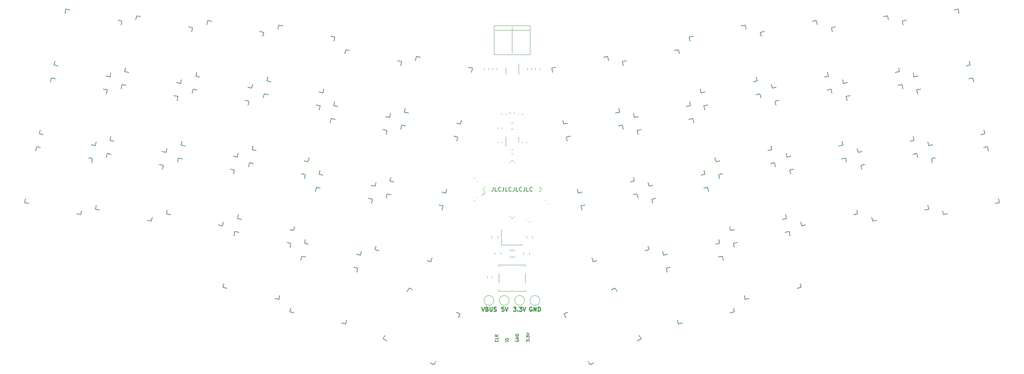
<source format=gbr>
%TF.GenerationSoftware,KiCad,Pcbnew,7.0.2*%
%TF.CreationDate,2023-06-24T23:52:28+10:00*%
%TF.ProjectId,keyboard,6b657962-6f61-4726-942e-6b696361645f,v1.0.0*%
%TF.SameCoordinates,Original*%
%TF.FileFunction,Legend,Top*%
%TF.FilePolarity,Positive*%
%FSLAX46Y46*%
G04 Gerber Fmt 4.6, Leading zero omitted, Abs format (unit mm)*
G04 Created by KiCad (PCBNEW 7.0.2) date 2023-06-24 23:52:28*
%MOMM*%
%LPD*%
G01*
G04 APERTURE LIST*
%ADD10C,0.175000*%
%ADD11C,0.150000*%
%ADD12C,0.250000*%
%ADD13C,0.120000*%
%ADD14C,0.100000*%
%ADD15C,0.020000*%
G04 APERTURE END LIST*
D10*
X203514333Y-137350000D02*
X203514333Y-136916666D01*
X203514333Y-136916666D02*
X203781000Y-137150000D01*
X203781000Y-137150000D02*
X203781000Y-137050000D01*
X203781000Y-137050000D02*
X203814333Y-136983333D01*
X203814333Y-136983333D02*
X203847666Y-136950000D01*
X203847666Y-136950000D02*
X203914333Y-136916666D01*
X203914333Y-136916666D02*
X204081000Y-136916666D01*
X204081000Y-136916666D02*
X204147666Y-136950000D01*
X204147666Y-136950000D02*
X204181000Y-136983333D01*
X204181000Y-136983333D02*
X204214333Y-137050000D01*
X204214333Y-137050000D02*
X204214333Y-137250000D01*
X204214333Y-137250000D02*
X204181000Y-137316666D01*
X204181000Y-137316666D02*
X204147666Y-137350000D01*
X204147666Y-136616666D02*
X204181000Y-136583333D01*
X204181000Y-136583333D02*
X204214333Y-136616666D01*
X204214333Y-136616666D02*
X204181000Y-136649999D01*
X204181000Y-136649999D02*
X204147666Y-136616666D01*
X204147666Y-136616666D02*
X204214333Y-136616666D01*
X203514333Y-136350000D02*
X203514333Y-135916666D01*
X203514333Y-135916666D02*
X203781000Y-136150000D01*
X203781000Y-136150000D02*
X203781000Y-136050000D01*
X203781000Y-136050000D02*
X203814333Y-135983333D01*
X203814333Y-135983333D02*
X203847666Y-135950000D01*
X203847666Y-135950000D02*
X203914333Y-135916666D01*
X203914333Y-135916666D02*
X204081000Y-135916666D01*
X204081000Y-135916666D02*
X204147666Y-135950000D01*
X204147666Y-135950000D02*
X204181000Y-135983333D01*
X204181000Y-135983333D02*
X204214333Y-136050000D01*
X204214333Y-136050000D02*
X204214333Y-136250000D01*
X204214333Y-136250000D02*
X204181000Y-136316666D01*
X204181000Y-136316666D02*
X204147666Y-136350000D01*
X203514333Y-135716666D02*
X204214333Y-135483333D01*
X204214333Y-135483333D02*
X203514333Y-135249999D01*
X200947666Y-136966666D02*
X200914333Y-137033333D01*
X200914333Y-137033333D02*
X200914333Y-137133333D01*
X200914333Y-137133333D02*
X200947666Y-137233333D01*
X200947666Y-137233333D02*
X201014333Y-137300000D01*
X201014333Y-137300000D02*
X201081000Y-137333333D01*
X201081000Y-137333333D02*
X201214333Y-137366666D01*
X201214333Y-137366666D02*
X201314333Y-137366666D01*
X201314333Y-137366666D02*
X201447666Y-137333333D01*
X201447666Y-137333333D02*
X201514333Y-137300000D01*
X201514333Y-137300000D02*
X201581000Y-137233333D01*
X201581000Y-137233333D02*
X201614333Y-137133333D01*
X201614333Y-137133333D02*
X201614333Y-137066666D01*
X201614333Y-137066666D02*
X201581000Y-136966666D01*
X201581000Y-136966666D02*
X201547666Y-136933333D01*
X201547666Y-136933333D02*
X201314333Y-136933333D01*
X201314333Y-136933333D02*
X201314333Y-137066666D01*
X201614333Y-136633333D02*
X200914333Y-136633333D01*
X200914333Y-136633333D02*
X201614333Y-136233333D01*
X201614333Y-136233333D02*
X200914333Y-136233333D01*
X201614333Y-135900000D02*
X200914333Y-135900000D01*
X200914333Y-135900000D02*
X200914333Y-135733333D01*
X200914333Y-135733333D02*
X200947666Y-135633333D01*
X200947666Y-135633333D02*
X201014333Y-135566667D01*
X201014333Y-135566667D02*
X201081000Y-135533333D01*
X201081000Y-135533333D02*
X201214333Y-135500000D01*
X201214333Y-135500000D02*
X201314333Y-135500000D01*
X201314333Y-135500000D02*
X201447666Y-135533333D01*
X201447666Y-135533333D02*
X201514333Y-135566667D01*
X201514333Y-135566667D02*
X201581000Y-135633333D01*
X201581000Y-135633333D02*
X201614333Y-135733333D01*
X201614333Y-135733333D02*
X201614333Y-135900000D01*
X199114333Y-137333333D02*
X198414333Y-137333333D01*
X198414333Y-136866667D02*
X198414333Y-136733333D01*
X198414333Y-136733333D02*
X198447666Y-136666667D01*
X198447666Y-136666667D02*
X198514333Y-136600000D01*
X198514333Y-136600000D02*
X198647666Y-136566667D01*
X198647666Y-136566667D02*
X198881000Y-136566667D01*
X198881000Y-136566667D02*
X199014333Y-136600000D01*
X199014333Y-136600000D02*
X199081000Y-136666667D01*
X199081000Y-136666667D02*
X199114333Y-136733333D01*
X199114333Y-136733333D02*
X199114333Y-136866667D01*
X199114333Y-136866667D02*
X199081000Y-136933333D01*
X199081000Y-136933333D02*
X199014333Y-137000000D01*
X199014333Y-137000000D02*
X198881000Y-137033333D01*
X198881000Y-137033333D02*
X198647666Y-137033333D01*
X198647666Y-137033333D02*
X198514333Y-137000000D01*
X198514333Y-137000000D02*
X198447666Y-136933333D01*
X198447666Y-136933333D02*
X198414333Y-136866667D01*
X196497666Y-136933333D02*
X196531000Y-136966666D01*
X196531000Y-136966666D02*
X196564333Y-137066666D01*
X196564333Y-137066666D02*
X196564333Y-137133333D01*
X196564333Y-137133333D02*
X196531000Y-137233333D01*
X196531000Y-137233333D02*
X196464333Y-137300000D01*
X196464333Y-137300000D02*
X196397666Y-137333333D01*
X196397666Y-137333333D02*
X196264333Y-137366666D01*
X196264333Y-137366666D02*
X196164333Y-137366666D01*
X196164333Y-137366666D02*
X196031000Y-137333333D01*
X196031000Y-137333333D02*
X195964333Y-137300000D01*
X195964333Y-137300000D02*
X195897666Y-137233333D01*
X195897666Y-137233333D02*
X195864333Y-137133333D01*
X195864333Y-137133333D02*
X195864333Y-137066666D01*
X195864333Y-137066666D02*
X195897666Y-136966666D01*
X195897666Y-136966666D02*
X195931000Y-136933333D01*
X196564333Y-136300000D02*
X196564333Y-136633333D01*
X196564333Y-136633333D02*
X195864333Y-136633333D01*
X196564333Y-136066666D02*
X195864333Y-136066666D01*
X196564333Y-135666666D02*
X196164333Y-135966666D01*
X195864333Y-135666666D02*
X196264333Y-136066666D01*
D11*
X195398809Y-99502619D02*
X195398809Y-100216904D01*
X195398809Y-100216904D02*
X195351190Y-100359761D01*
X195351190Y-100359761D02*
X195255952Y-100455000D01*
X195255952Y-100455000D02*
X195113095Y-100502619D01*
X195113095Y-100502619D02*
X195017857Y-100502619D01*
X196351190Y-100502619D02*
X195875000Y-100502619D01*
X195875000Y-100502619D02*
X195875000Y-99502619D01*
X197255952Y-100407380D02*
X197208333Y-100455000D01*
X197208333Y-100455000D02*
X197065476Y-100502619D01*
X197065476Y-100502619D02*
X196970238Y-100502619D01*
X196970238Y-100502619D02*
X196827381Y-100455000D01*
X196827381Y-100455000D02*
X196732143Y-100359761D01*
X196732143Y-100359761D02*
X196684524Y-100264523D01*
X196684524Y-100264523D02*
X196636905Y-100074047D01*
X196636905Y-100074047D02*
X196636905Y-99931190D01*
X196636905Y-99931190D02*
X196684524Y-99740714D01*
X196684524Y-99740714D02*
X196732143Y-99645476D01*
X196732143Y-99645476D02*
X196827381Y-99550238D01*
X196827381Y-99550238D02*
X196970238Y-99502619D01*
X196970238Y-99502619D02*
X197065476Y-99502619D01*
X197065476Y-99502619D02*
X197208333Y-99550238D01*
X197208333Y-99550238D02*
X197255952Y-99597857D01*
X197970238Y-99502619D02*
X197970238Y-100216904D01*
X197970238Y-100216904D02*
X197922619Y-100359761D01*
X197922619Y-100359761D02*
X197827381Y-100455000D01*
X197827381Y-100455000D02*
X197684524Y-100502619D01*
X197684524Y-100502619D02*
X197589286Y-100502619D01*
X198922619Y-100502619D02*
X198446429Y-100502619D01*
X198446429Y-100502619D02*
X198446429Y-99502619D01*
X199827381Y-100407380D02*
X199779762Y-100455000D01*
X199779762Y-100455000D02*
X199636905Y-100502619D01*
X199636905Y-100502619D02*
X199541667Y-100502619D01*
X199541667Y-100502619D02*
X199398810Y-100455000D01*
X199398810Y-100455000D02*
X199303572Y-100359761D01*
X199303572Y-100359761D02*
X199255953Y-100264523D01*
X199255953Y-100264523D02*
X199208334Y-100074047D01*
X199208334Y-100074047D02*
X199208334Y-99931190D01*
X199208334Y-99931190D02*
X199255953Y-99740714D01*
X199255953Y-99740714D02*
X199303572Y-99645476D01*
X199303572Y-99645476D02*
X199398810Y-99550238D01*
X199398810Y-99550238D02*
X199541667Y-99502619D01*
X199541667Y-99502619D02*
X199636905Y-99502619D01*
X199636905Y-99502619D02*
X199779762Y-99550238D01*
X199779762Y-99550238D02*
X199827381Y-99597857D01*
X200541667Y-99502619D02*
X200541667Y-100216904D01*
X200541667Y-100216904D02*
X200494048Y-100359761D01*
X200494048Y-100359761D02*
X200398810Y-100455000D01*
X200398810Y-100455000D02*
X200255953Y-100502619D01*
X200255953Y-100502619D02*
X200160715Y-100502619D01*
X201494048Y-100502619D02*
X201017858Y-100502619D01*
X201017858Y-100502619D02*
X201017858Y-99502619D01*
X202398810Y-100407380D02*
X202351191Y-100455000D01*
X202351191Y-100455000D02*
X202208334Y-100502619D01*
X202208334Y-100502619D02*
X202113096Y-100502619D01*
X202113096Y-100502619D02*
X201970239Y-100455000D01*
X201970239Y-100455000D02*
X201875001Y-100359761D01*
X201875001Y-100359761D02*
X201827382Y-100264523D01*
X201827382Y-100264523D02*
X201779763Y-100074047D01*
X201779763Y-100074047D02*
X201779763Y-99931190D01*
X201779763Y-99931190D02*
X201827382Y-99740714D01*
X201827382Y-99740714D02*
X201875001Y-99645476D01*
X201875001Y-99645476D02*
X201970239Y-99550238D01*
X201970239Y-99550238D02*
X202113096Y-99502619D01*
X202113096Y-99502619D02*
X202208334Y-99502619D01*
X202208334Y-99502619D02*
X202351191Y-99550238D01*
X202351191Y-99550238D02*
X202398810Y-99597857D01*
X203113096Y-99502619D02*
X203113096Y-100216904D01*
X203113096Y-100216904D02*
X203065477Y-100359761D01*
X203065477Y-100359761D02*
X202970239Y-100455000D01*
X202970239Y-100455000D02*
X202827382Y-100502619D01*
X202827382Y-100502619D02*
X202732144Y-100502619D01*
X204065477Y-100502619D02*
X203589287Y-100502619D01*
X203589287Y-100502619D02*
X203589287Y-99502619D01*
X204970239Y-100407380D02*
X204922620Y-100455000D01*
X204922620Y-100455000D02*
X204779763Y-100502619D01*
X204779763Y-100502619D02*
X204684525Y-100502619D01*
X204684525Y-100502619D02*
X204541668Y-100455000D01*
X204541668Y-100455000D02*
X204446430Y-100359761D01*
X204446430Y-100359761D02*
X204398811Y-100264523D01*
X204398811Y-100264523D02*
X204351192Y-100074047D01*
X204351192Y-100074047D02*
X204351192Y-99931190D01*
X204351192Y-99931190D02*
X204398811Y-99740714D01*
X204398811Y-99740714D02*
X204446430Y-99645476D01*
X204446430Y-99645476D02*
X204541668Y-99550238D01*
X204541668Y-99550238D02*
X204684525Y-99502619D01*
X204684525Y-99502619D02*
X204779763Y-99502619D01*
X204779763Y-99502619D02*
X204922620Y-99550238D01*
X204922620Y-99550238D02*
X204970239Y-99597857D01*
D12*
X204811904Y-128925238D02*
X204716666Y-128877619D01*
X204716666Y-128877619D02*
X204573809Y-128877619D01*
X204573809Y-128877619D02*
X204430952Y-128925238D01*
X204430952Y-128925238D02*
X204335714Y-129020476D01*
X204335714Y-129020476D02*
X204288095Y-129115714D01*
X204288095Y-129115714D02*
X204240476Y-129306190D01*
X204240476Y-129306190D02*
X204240476Y-129449047D01*
X204240476Y-129449047D02*
X204288095Y-129639523D01*
X204288095Y-129639523D02*
X204335714Y-129734761D01*
X204335714Y-129734761D02*
X204430952Y-129830000D01*
X204430952Y-129830000D02*
X204573809Y-129877619D01*
X204573809Y-129877619D02*
X204669047Y-129877619D01*
X204669047Y-129877619D02*
X204811904Y-129830000D01*
X204811904Y-129830000D02*
X204859523Y-129782380D01*
X204859523Y-129782380D02*
X204859523Y-129449047D01*
X204859523Y-129449047D02*
X204669047Y-129449047D01*
X205288095Y-129877619D02*
X205288095Y-128877619D01*
X205288095Y-128877619D02*
X205859523Y-129877619D01*
X205859523Y-129877619D02*
X205859523Y-128877619D01*
X206335714Y-129877619D02*
X206335714Y-128877619D01*
X206335714Y-128877619D02*
X206573809Y-128877619D01*
X206573809Y-128877619D02*
X206716666Y-128925238D01*
X206716666Y-128925238D02*
X206811904Y-129020476D01*
X206811904Y-129020476D02*
X206859523Y-129115714D01*
X206859523Y-129115714D02*
X206907142Y-129306190D01*
X206907142Y-129306190D02*
X206907142Y-129449047D01*
X206907142Y-129449047D02*
X206859523Y-129639523D01*
X206859523Y-129639523D02*
X206811904Y-129734761D01*
X206811904Y-129734761D02*
X206716666Y-129830000D01*
X206716666Y-129830000D02*
X206573809Y-129877619D01*
X206573809Y-129877619D02*
X206335714Y-129877619D01*
X197964285Y-128877619D02*
X197488095Y-128877619D01*
X197488095Y-128877619D02*
X197440476Y-129353809D01*
X197440476Y-129353809D02*
X197488095Y-129306190D01*
X197488095Y-129306190D02*
X197583333Y-129258571D01*
X197583333Y-129258571D02*
X197821428Y-129258571D01*
X197821428Y-129258571D02*
X197916666Y-129306190D01*
X197916666Y-129306190D02*
X197964285Y-129353809D01*
X197964285Y-129353809D02*
X198011904Y-129449047D01*
X198011904Y-129449047D02*
X198011904Y-129687142D01*
X198011904Y-129687142D02*
X197964285Y-129782380D01*
X197964285Y-129782380D02*
X197916666Y-129830000D01*
X197916666Y-129830000D02*
X197821428Y-129877619D01*
X197821428Y-129877619D02*
X197583333Y-129877619D01*
X197583333Y-129877619D02*
X197488095Y-129830000D01*
X197488095Y-129830000D02*
X197440476Y-129782380D01*
X198297619Y-128877619D02*
X198630952Y-129877619D01*
X198630952Y-129877619D02*
X198964285Y-128877619D01*
X200292857Y-128877619D02*
X200911904Y-128877619D01*
X200911904Y-128877619D02*
X200578571Y-129258571D01*
X200578571Y-129258571D02*
X200721428Y-129258571D01*
X200721428Y-129258571D02*
X200816666Y-129306190D01*
X200816666Y-129306190D02*
X200864285Y-129353809D01*
X200864285Y-129353809D02*
X200911904Y-129449047D01*
X200911904Y-129449047D02*
X200911904Y-129687142D01*
X200911904Y-129687142D02*
X200864285Y-129782380D01*
X200864285Y-129782380D02*
X200816666Y-129830000D01*
X200816666Y-129830000D02*
X200721428Y-129877619D01*
X200721428Y-129877619D02*
X200435714Y-129877619D01*
X200435714Y-129877619D02*
X200340476Y-129830000D01*
X200340476Y-129830000D02*
X200292857Y-129782380D01*
X201340476Y-129782380D02*
X201388095Y-129830000D01*
X201388095Y-129830000D02*
X201340476Y-129877619D01*
X201340476Y-129877619D02*
X201292857Y-129830000D01*
X201292857Y-129830000D02*
X201340476Y-129782380D01*
X201340476Y-129782380D02*
X201340476Y-129877619D01*
X201721428Y-128877619D02*
X202340475Y-128877619D01*
X202340475Y-128877619D02*
X202007142Y-129258571D01*
X202007142Y-129258571D02*
X202149999Y-129258571D01*
X202149999Y-129258571D02*
X202245237Y-129306190D01*
X202245237Y-129306190D02*
X202292856Y-129353809D01*
X202292856Y-129353809D02*
X202340475Y-129449047D01*
X202340475Y-129449047D02*
X202340475Y-129687142D01*
X202340475Y-129687142D02*
X202292856Y-129782380D01*
X202292856Y-129782380D02*
X202245237Y-129830000D01*
X202245237Y-129830000D02*
X202149999Y-129877619D01*
X202149999Y-129877619D02*
X201864285Y-129877619D01*
X201864285Y-129877619D02*
X201769047Y-129830000D01*
X201769047Y-129830000D02*
X201721428Y-129782380D01*
X202626190Y-128877619D02*
X202959523Y-129877619D01*
X202959523Y-129877619D02*
X203292856Y-128877619D01*
X192545238Y-128877619D02*
X192878571Y-129877619D01*
X192878571Y-129877619D02*
X193211904Y-128877619D01*
X193878571Y-129353809D02*
X194021428Y-129401428D01*
X194021428Y-129401428D02*
X194069047Y-129449047D01*
X194069047Y-129449047D02*
X194116666Y-129544285D01*
X194116666Y-129544285D02*
X194116666Y-129687142D01*
X194116666Y-129687142D02*
X194069047Y-129782380D01*
X194069047Y-129782380D02*
X194021428Y-129830000D01*
X194021428Y-129830000D02*
X193926190Y-129877619D01*
X193926190Y-129877619D02*
X193545238Y-129877619D01*
X193545238Y-129877619D02*
X193545238Y-128877619D01*
X193545238Y-128877619D02*
X193878571Y-128877619D01*
X193878571Y-128877619D02*
X193973809Y-128925238D01*
X193973809Y-128925238D02*
X194021428Y-128972857D01*
X194021428Y-128972857D02*
X194069047Y-129068095D01*
X194069047Y-129068095D02*
X194069047Y-129163333D01*
X194069047Y-129163333D02*
X194021428Y-129258571D01*
X194021428Y-129258571D02*
X193973809Y-129306190D01*
X193973809Y-129306190D02*
X193878571Y-129353809D01*
X193878571Y-129353809D02*
X193545238Y-129353809D01*
X194545238Y-128877619D02*
X194545238Y-129687142D01*
X194545238Y-129687142D02*
X194592857Y-129782380D01*
X194592857Y-129782380D02*
X194640476Y-129830000D01*
X194640476Y-129830000D02*
X194735714Y-129877619D01*
X194735714Y-129877619D02*
X194926190Y-129877619D01*
X194926190Y-129877619D02*
X195021428Y-129830000D01*
X195021428Y-129830000D02*
X195069047Y-129782380D01*
X195069047Y-129782380D02*
X195116666Y-129687142D01*
X195116666Y-129687142D02*
X195116666Y-128877619D01*
X195545238Y-129830000D02*
X195688095Y-129877619D01*
X195688095Y-129877619D02*
X195926190Y-129877619D01*
X195926190Y-129877619D02*
X196021428Y-129830000D01*
X196021428Y-129830000D02*
X196069047Y-129782380D01*
X196069047Y-129782380D02*
X196116666Y-129687142D01*
X196116666Y-129687142D02*
X196116666Y-129591904D01*
X196116666Y-129591904D02*
X196069047Y-129496666D01*
X196069047Y-129496666D02*
X196021428Y-129449047D01*
X196021428Y-129449047D02*
X195926190Y-129401428D01*
X195926190Y-129401428D02*
X195735714Y-129353809D01*
X195735714Y-129353809D02*
X195640476Y-129306190D01*
X195640476Y-129306190D02*
X195592857Y-129258571D01*
X195592857Y-129258571D02*
X195545238Y-129163333D01*
X195545238Y-129163333D02*
X195545238Y-129068095D01*
X195545238Y-129068095D02*
X195592857Y-128972857D01*
X195592857Y-128972857D02*
X195640476Y-128925238D01*
X195640476Y-128925238D02*
X195735714Y-128877619D01*
X195735714Y-128877619D02*
X195973809Y-128877619D01*
X195973809Y-128877619D02*
X196116666Y-128925238D01*
D13*
%TO.C,SW43*%
X203209987Y-118950000D02*
X203209987Y-118540000D01*
X203209987Y-118540000D02*
X196789987Y-118540000D01*
X203209987Y-124960000D02*
X203209987Y-124680000D01*
X203209987Y-122950000D02*
X203209987Y-120550000D01*
X196789987Y-120550000D02*
X196789987Y-122950000D01*
X196789987Y-118540000D02*
X196789987Y-118950000D01*
X196789987Y-124960000D02*
X203209987Y-124960000D01*
X196789987Y-124550000D02*
X196789987Y-124960000D01*
%TO.C,C17*%
X193990000Y-121640580D02*
X193990000Y-121359420D01*
X195010000Y-121640580D02*
X195010000Y-121359420D01*
D11*
%TO.C,SW38*%
X281919762Y-78227710D02*
X281711850Y-77249563D01*
X284622614Y-90943629D02*
X284414702Y-89965481D01*
X284622614Y-90943629D02*
X285600761Y-90735717D01*
X282689998Y-77041651D02*
X281711850Y-77249563D01*
X297338532Y-88240777D02*
X298316680Y-88032865D01*
X295405916Y-74338799D02*
X294427769Y-74546711D01*
X295405916Y-74338799D02*
X295613828Y-75316947D01*
X298108768Y-87054718D02*
X298316680Y-88032865D01*
%TO.C,SW1*%
X90683782Y-56813719D02*
X90891694Y-55835571D01*
X87980930Y-69529637D02*
X88188842Y-68551490D01*
X87980930Y-69529637D02*
X88959078Y-69737549D01*
X91869841Y-56043483D02*
X90891694Y-55835571D01*
X100696849Y-72232489D02*
X101674996Y-72440401D01*
X104585760Y-58746335D02*
X103607612Y-58538423D01*
X104585760Y-58746335D02*
X104377848Y-59724482D01*
X101882908Y-71462253D02*
X101674996Y-72440401D01*
%TO.C,SW40*%
X295622155Y-59724482D02*
X295414243Y-58746335D01*
X298325007Y-72440401D02*
X298117095Y-71462253D01*
X298325007Y-72440401D02*
X299303154Y-72232489D01*
X296392391Y-58538423D02*
X295414243Y-58746335D01*
X311040925Y-69737549D02*
X312019073Y-69529637D01*
X309108309Y-55835571D02*
X308130162Y-56043483D01*
X309108309Y-55835571D02*
X309316221Y-56813719D01*
X311811161Y-68551490D02*
X312019073Y-69529637D01*
D13*
%TO.C,Y2*%
X200675000Y-116625000D02*
X199325000Y-116625000D01*
X200675000Y-114875000D02*
X199325000Y-114875000D01*
%TO.C,C10*%
X191560030Y-97861219D02*
X191361219Y-98060030D01*
X190838781Y-97139970D02*
X190639970Y-97338781D01*
D11*
%TO.C,SW9*%
X118192523Y-93331101D02*
X118400435Y-92352953D01*
X115489671Y-106047019D02*
X115697583Y-105068872D01*
X115489671Y-106047019D02*
X116467819Y-106254931D01*
X119378582Y-92560865D02*
X118400435Y-92352953D01*
X128205590Y-108749871D02*
X129183737Y-108957783D01*
X132094501Y-95263717D02*
X131116353Y-95055805D01*
X132094501Y-95263717D02*
X131886589Y-96241864D01*
X129391649Y-107979635D02*
X129183737Y-108957783D01*
%TO.C,SW11*%
X139171825Y-77599162D02*
X139379737Y-76621014D01*
X136468973Y-90315080D02*
X136676885Y-89336933D01*
X136468973Y-90315080D02*
X137447121Y-90522992D01*
X140357884Y-76828926D02*
X139379737Y-76621014D01*
X149184892Y-93017932D02*
X150163039Y-93225844D01*
X153073803Y-79531778D02*
X152095655Y-79323866D01*
X153073803Y-79531778D02*
X152865891Y-80509925D01*
X150370951Y-92247696D02*
X150163039Y-93225844D01*
%TO.C,SW16*%
X151938616Y-100504054D02*
X152146528Y-99525906D01*
X149235764Y-113219972D02*
X149443676Y-112241825D01*
X149235764Y-113219972D02*
X150213912Y-113427884D01*
X153124675Y-99733818D02*
X152146528Y-99525906D01*
X161951683Y-115922824D02*
X162929830Y-116130736D01*
X165840594Y-102436670D02*
X164862446Y-102228758D01*
X165840594Y-102436670D02*
X165632682Y-103414817D01*
X163137742Y-115152588D02*
X162929830Y-116130736D01*
%TO.C,SW34*%
X260940460Y-62495772D02*
X260732548Y-61517625D01*
X263643312Y-75211691D02*
X263435400Y-74233543D01*
X263643312Y-75211691D02*
X264621459Y-75003779D01*
X261710696Y-61309713D02*
X260732548Y-61517625D01*
X276359230Y-72508839D02*
X277337378Y-72300927D01*
X274426614Y-58606861D02*
X273448467Y-58814773D01*
X274426614Y-58606861D02*
X274634526Y-59585009D01*
X277129466Y-71322780D02*
X277337378Y-72300927D01*
D13*
%TO.C,TP3*%
X206800000Y-127250000D02*
G75*
G03*
X206800000Y-127250000I-1200000J0D01*
G01*
D11*
%TO.C,SW15*%
X155525092Y-83631008D02*
X155733004Y-82652860D01*
X152822240Y-96346926D02*
X153030152Y-95368779D01*
X152822240Y-96346926D02*
X153800388Y-96554838D01*
X156711151Y-82860772D02*
X155733004Y-82652860D01*
X165538159Y-99049778D02*
X166516306Y-99257690D01*
X169427070Y-85563624D02*
X168448922Y-85355712D01*
X169427070Y-85563624D02*
X169219158Y-86541771D01*
X166724218Y-98279542D02*
X166516306Y-99257690D01*
D13*
%TO.C,C12*%
X203439970Y-107438781D02*
X203638781Y-107239970D01*
X204161219Y-108160030D02*
X204360030Y-107961219D01*
%TO.C,U2*%
X201560002Y-71000000D02*
X201560002Y-69200000D01*
X201560002Y-71000000D02*
X201560002Y-71800000D01*
X198440002Y-71000000D02*
X198440002Y-70200000D01*
X198440002Y-71000000D02*
X198440002Y-71800000D01*
%TO.C,U1*%
X198440000Y-87750000D02*
X198440000Y-89425000D01*
X198440000Y-87750000D02*
X198440000Y-87100000D01*
X201560000Y-87750000D02*
X201560000Y-88400000D01*
X201560000Y-87750000D02*
X201560000Y-87100000D01*
%TO.C,C6*%
X195015000Y-112011252D02*
X195015000Y-111488748D01*
X196485000Y-112011252D02*
X196485000Y-111488748D01*
%TO.C,R3*%
X196272500Y-70262742D02*
X196272500Y-70737258D01*
X195227500Y-70262742D02*
X195227500Y-70737258D01*
%TO.C,TP2*%
X199300000Y-127250000D02*
G75*
G03*
X199300000Y-127250000I-1200000J0D01*
G01*
D11*
%TO.C,SW20*%
X169227485Y-102134236D02*
X169435397Y-101156088D01*
X166524633Y-114850154D02*
X166732545Y-113872007D01*
X166524633Y-114850154D02*
X167502781Y-115058066D01*
X170413544Y-101364000D02*
X169435397Y-101156088D01*
X179240552Y-117553006D02*
X180218699Y-117760918D01*
X183129463Y-104066852D02*
X182151315Y-103858940D01*
X183129463Y-104066852D02*
X182921551Y-105044999D01*
X180426611Y-116782770D02*
X180218699Y-117760918D01*
%TO.C,SW14*%
X159111569Y-66757962D02*
X159319481Y-65779814D01*
X156408717Y-79473880D02*
X156616629Y-78495733D01*
X156408717Y-79473880D02*
X157386865Y-79681792D01*
X160297628Y-65987726D02*
X159319481Y-65779814D01*
X169124636Y-82176732D02*
X170102783Y-82384644D01*
X173013547Y-68690578D02*
X172035399Y-68482666D01*
X173013547Y-68690578D02*
X172805635Y-69668725D01*
X170310695Y-81406496D02*
X170102783Y-82384644D01*
%TO.C,SW32*%
X250720588Y-97382971D02*
X250512676Y-96404824D01*
X253423440Y-110098890D02*
X253215528Y-109120742D01*
X253423440Y-110098890D02*
X254401587Y-109890978D01*
X251490824Y-96196912D02*
X250512676Y-96404824D01*
X266139358Y-107396038D02*
X267117506Y-107188126D01*
X264206742Y-93494060D02*
X263228595Y-93701972D01*
X264206742Y-93494060D02*
X264414654Y-94472208D01*
X266909594Y-106209979D02*
X267117506Y-107188126D01*
%TO.C,SW3*%
X83510829Y-90559812D02*
X83718741Y-89581664D01*
X80807977Y-103275730D02*
X81015889Y-102297583D01*
X80807977Y-103275730D02*
X81786125Y-103483642D01*
X84696888Y-89789576D02*
X83718741Y-89581664D01*
X93523896Y-105978582D02*
X94502043Y-106186494D01*
X97412807Y-92492428D02*
X96434659Y-92284516D01*
X97412807Y-92492428D02*
X97204895Y-93470575D01*
X94709955Y-105208346D02*
X94502043Y-106186494D01*
%TO.C,SW21*%
X174357157Y-125095218D02*
X174811148Y-124204212D01*
X168455281Y-136678303D02*
X168909271Y-135787297D01*
X168455281Y-136678303D02*
X169346287Y-137132294D01*
X175702154Y-124658202D02*
X174811148Y-124204212D01*
X180038366Y-142580180D02*
X180929372Y-143034170D01*
X187285239Y-130560079D02*
X186394233Y-130106088D01*
X187285239Y-130560079D02*
X186831249Y-131451085D01*
X181383363Y-142143164D02*
X180929372Y-143034170D01*
D13*
%TO.C,C2*%
X201490000Y-81735580D02*
X201490000Y-81454420D01*
X202510000Y-81735580D02*
X202510000Y-81454420D01*
D11*
%TO.C,SW5*%
X104386175Y-75316947D02*
X104594087Y-74338799D01*
X101683323Y-88032865D02*
X101891235Y-87054718D01*
X101683323Y-88032865D02*
X102661471Y-88240777D01*
X105572234Y-74546711D02*
X104594087Y-74338799D01*
X114399242Y-90735717D02*
X115377389Y-90943629D01*
X118288153Y-77249563D02*
X117310005Y-77041651D01*
X118288153Y-77249563D02*
X118080241Y-78227710D01*
X115585301Y-89965481D02*
X115377389Y-90943629D01*
%TO.C,SW36*%
X268113414Y-96241864D02*
X267905502Y-95263717D01*
X270816266Y-108957783D02*
X270608354Y-107979635D01*
X270816266Y-108957783D02*
X271794413Y-108749871D01*
X268883650Y-95055805D02*
X267905502Y-95263717D01*
X283532184Y-106254931D02*
X284510332Y-106047019D01*
X281599568Y-92352953D02*
X280621421Y-92560865D01*
X281599568Y-92352953D02*
X281807480Y-93331101D01*
X284302420Y-105068872D02*
X284510332Y-106047019D01*
%TO.C,SW7*%
X125365477Y-59585009D02*
X125573389Y-58606861D01*
X122662625Y-72300927D02*
X122870537Y-71322780D01*
X122662625Y-72300927D02*
X123640773Y-72508839D01*
X126551536Y-58814773D02*
X125573389Y-58606861D01*
X135378544Y-75003779D02*
X136356691Y-75211691D01*
X139267455Y-61517625D02*
X138289307Y-61309713D01*
X139267455Y-61517625D02*
X139059543Y-62495772D01*
X136564603Y-74233543D02*
X136356691Y-75211691D01*
D13*
%TO.C,TP4*%
X203050000Y-127250000D02*
G75*
G03*
X203050000Y-127250000I-1200000J0D01*
G01*
D11*
%TO.C,SW4*%
X107972651Y-58443901D02*
X108180563Y-57465753D01*
X105269799Y-71159819D02*
X105477711Y-70181672D01*
X105269799Y-71159819D02*
X106247947Y-71367731D01*
X109158710Y-57673665D02*
X108180563Y-57465753D01*
X117985718Y-73862671D02*
X118963865Y-74070583D01*
X121874629Y-60376517D02*
X120896481Y-60168605D01*
X121874629Y-60376517D02*
X121666717Y-61354664D01*
X119171777Y-73092435D02*
X118963865Y-74070583D01*
D13*
%TO.C,U3*%
X192773369Y-100000000D02*
X193445120Y-100671751D01*
X193445120Y-100671751D02*
X192497597Y-101619275D01*
X200000000Y-107226631D02*
X199328249Y-106554880D01*
X193445120Y-99328249D02*
X192773369Y-100000000D01*
X200671751Y-106554880D02*
X200000000Y-107226631D01*
X199328249Y-93445120D02*
X200000000Y-92773369D01*
X206554880Y-100671751D02*
X207226631Y-100000000D01*
X200000000Y-92773369D02*
X200671751Y-93445120D01*
X207226631Y-100000000D02*
X206554880Y-99328249D01*
%TO.C,C8*%
X204985000Y-111488748D02*
X204985000Y-112011252D01*
X203515000Y-111488748D02*
X203515000Y-112011252D01*
D11*
%TO.C,SW19*%
X172813962Y-85261189D02*
X173021874Y-84283041D01*
X170111110Y-97977107D02*
X170319022Y-96998960D01*
X170111110Y-97977107D02*
X171089258Y-98185019D01*
X174000021Y-84490953D02*
X173021874Y-84283041D01*
X182827029Y-100679959D02*
X183805176Y-100887871D01*
X186715940Y-87193805D02*
X185737792Y-86985893D01*
X186715940Y-87193805D02*
X186508028Y-88171952D01*
X184013088Y-99909723D02*
X183805176Y-100887871D01*
D13*
%TO.C,C16*%
X202490000Y-88640580D02*
X202490000Y-88359420D01*
X203510000Y-88640580D02*
X203510000Y-88359420D01*
D11*
%TO.C,SW27*%
X230780845Y-86541771D02*
X230572933Y-85563624D01*
X233483697Y-99257690D02*
X233275785Y-98279542D01*
X233483697Y-99257690D02*
X234461844Y-99049778D01*
X231551081Y-85355712D02*
X230572933Y-85563624D01*
X246199615Y-96554838D02*
X247177763Y-96346926D01*
X244266999Y-82652860D02*
X243288852Y-82860772D01*
X244266999Y-82652860D02*
X244474911Y-83631008D01*
X246969851Y-95368779D02*
X247177763Y-96346926D01*
D13*
%TO.C,R4*%
X194272500Y-70262742D02*
X194272500Y-70737258D01*
X193227500Y-70262742D02*
X193227500Y-70737258D01*
%TO.C,R2*%
X206772500Y-70262742D02*
X206772500Y-70737258D01*
X205727500Y-70262742D02*
X205727500Y-70737258D01*
%TO.C,C11*%
X190838781Y-102860030D02*
X190639970Y-102661219D01*
X191560030Y-102138781D02*
X191361219Y-101939970D01*
D11*
%TO.C,SW17*%
X148352139Y-117377100D02*
X148560051Y-116398952D01*
X145649287Y-130093018D02*
X145857199Y-129114871D01*
X145649287Y-130093018D02*
X146627435Y-130300930D01*
X149538198Y-116606864D02*
X148560051Y-116398952D01*
X158365206Y-132795870D02*
X159343353Y-133003782D01*
X162254117Y-119309716D02*
X161275969Y-119101804D01*
X162254117Y-119309716D02*
X162046205Y-120287863D01*
X159551265Y-132025634D02*
X159343353Y-133003782D01*
D13*
%TO.C,R1*%
X204772500Y-70262742D02*
X204772500Y-70737258D01*
X203727500Y-70262742D02*
X203727500Y-70737258D01*
%TO.C,TP1*%
X195550000Y-127250000D02*
G75*
G03*
X195550000Y-127250000I-1200000J0D01*
G01*
D11*
%TO.C,SW22*%
X209905498Y-71298906D02*
X209697586Y-70320759D01*
X212608350Y-84014825D02*
X212400438Y-83036677D01*
X212608350Y-84014825D02*
X213586497Y-83806913D01*
X210675734Y-70112847D02*
X209697586Y-70320759D01*
X225324268Y-81311973D02*
X226302416Y-81104061D01*
X223391652Y-67409995D02*
X222413505Y-67617907D01*
X223391652Y-67409995D02*
X223599564Y-68388143D01*
X226094504Y-80125914D02*
X226302416Y-81104061D01*
%TO.C,SW23*%
X213491975Y-88171952D02*
X213284063Y-87193805D01*
X216194827Y-100887871D02*
X215986915Y-99909723D01*
X216194827Y-100887871D02*
X217172974Y-100679959D01*
X214262211Y-86985893D02*
X213284063Y-87193805D01*
X228910745Y-98185019D02*
X229888893Y-97977107D01*
X226978129Y-84283041D02*
X225999982Y-84490953D01*
X226978129Y-84283041D02*
X227186041Y-85261189D01*
X229680981Y-96998960D02*
X229888893Y-97977107D01*
D13*
%TO.C,C1*%
X198510000Y-81454420D02*
X198510000Y-81735580D01*
X197490000Y-81454420D02*
X197490000Y-81735580D01*
%TO.C,C13*%
X200140580Y-91260000D02*
X199859420Y-91260000D01*
X200140580Y-90240000D02*
X199859420Y-90240000D01*
D11*
%TO.C,SW2*%
X87097305Y-73686766D02*
X87305217Y-72708618D01*
X84394453Y-86402684D02*
X84602365Y-85424537D01*
X84394453Y-86402684D02*
X85372601Y-86610596D01*
X88283364Y-72916530D02*
X87305217Y-72708618D01*
X97110372Y-89105536D02*
X98088519Y-89313448D01*
X100999283Y-75619382D02*
X100021135Y-75411470D01*
X100999283Y-75619382D02*
X100791371Y-76597529D01*
X98296431Y-88335300D02*
X98088519Y-89313448D01*
%TO.C,SW25*%
X213168754Y-131451085D02*
X212714764Y-130560079D01*
X219070631Y-143034170D02*
X218616640Y-142143164D01*
X219070631Y-143034170D02*
X219961637Y-142580180D01*
X213605770Y-130106088D02*
X212714764Y-130560079D01*
X230653716Y-137132294D02*
X231544722Y-136678303D01*
X225188855Y-124204212D02*
X224297849Y-124658202D01*
X225188855Y-124204212D02*
X225642846Y-125095218D01*
X231090732Y-135787297D02*
X231544722Y-136678303D01*
D13*
%TO.C,C7*%
X197235000Y-115488748D02*
X197235000Y-116011252D01*
X195765000Y-115488748D02*
X195765000Y-116011252D01*
D11*
%TO.C,SW33*%
X254307065Y-114256018D02*
X254099153Y-113277871D01*
X257009917Y-126971937D02*
X256802005Y-125993789D01*
X257009917Y-126971937D02*
X257988064Y-126764025D01*
X255077301Y-113069959D02*
X254099153Y-113277871D01*
X269725835Y-124269085D02*
X270703983Y-124061173D01*
X267793219Y-110367107D02*
X266815072Y-110575019D01*
X267793219Y-110367107D02*
X268001131Y-111345255D01*
X270496071Y-123083026D02*
X270703983Y-124061173D01*
D13*
%TO.C,C5*%
X197510000Y-88359420D02*
X197510000Y-88640580D01*
X196490000Y-88359420D02*
X196490000Y-88640580D01*
%TO.C,C3*%
X200261252Y-85235000D02*
X199738748Y-85235000D01*
X200261252Y-83765000D02*
X199738748Y-83765000D01*
%TO.C,C9*%
X204235000Y-115488748D02*
X204235000Y-116011252D01*
X202765000Y-115488748D02*
X202765000Y-116011252D01*
D11*
%TO.C,SW18*%
X176400438Y-68388143D02*
X176608350Y-67409995D01*
X173697586Y-81104061D02*
X173905498Y-80125914D01*
X173697586Y-81104061D02*
X174675734Y-81311973D01*
X177586497Y-67617907D02*
X176608350Y-67409995D01*
X186413505Y-83806913D02*
X187391652Y-84014825D01*
X190302416Y-70320759D02*
X189324268Y-70112847D01*
X190302416Y-70320759D02*
X190094504Y-71298906D01*
X187599564Y-83036677D02*
X187391652Y-84014825D01*
%TO.C,SW10*%
X142758302Y-60726116D02*
X142966214Y-59747968D01*
X140055450Y-73442034D02*
X140263362Y-72463887D01*
X140055450Y-73442034D02*
X141033598Y-73649946D01*
X143944361Y-59955880D02*
X142966214Y-59747968D01*
X152771369Y-76144886D02*
X153749516Y-76352798D01*
X156660280Y-62658732D02*
X155682132Y-62450820D01*
X156660280Y-62658732D02*
X156452368Y-63636879D01*
X153957428Y-75374650D02*
X153749516Y-76352798D01*
%TO.C,SW8*%
X121779000Y-76458055D02*
X121986912Y-75479907D01*
X119076148Y-89173973D02*
X119284060Y-88195826D01*
X119076148Y-89173973D02*
X120054296Y-89381885D01*
X122965059Y-75687819D02*
X121986912Y-75479907D01*
X131792067Y-91876825D02*
X132770214Y-92084737D01*
X135680978Y-78390671D02*
X134702830Y-78182759D01*
X135680978Y-78390671D02*
X135473066Y-79368818D01*
X132978126Y-91106589D02*
X132770214Y-92084737D01*
%TO.C,SW42*%
X302795108Y-93470575D02*
X302587196Y-92492428D01*
X305497960Y-106186494D02*
X305290048Y-105208346D01*
X305497960Y-106186494D02*
X306476107Y-105978582D01*
X303565344Y-92284516D02*
X302587196Y-92492428D01*
X318213878Y-103483642D02*
X319192026Y-103275730D01*
X316281262Y-89581664D02*
X315303115Y-89789576D01*
X316281262Y-89581664D02*
X316489174Y-90559812D01*
X318984114Y-102297583D02*
X319192026Y-103275730D01*
D14*
%TO.C,J1*%
X204400000Y-67000000D02*
X204400000Y-59900000D01*
X204400000Y-67000000D02*
X195600000Y-67000000D01*
D15*
X200000000Y-66520000D02*
X200000000Y-60200000D01*
D14*
X195800000Y-61000000D02*
X204200000Y-61000000D01*
X195600000Y-67000000D02*
X195600000Y-59900000D01*
X195600000Y-59900000D02*
X204400000Y-59900000D01*
D11*
%TO.C,SW12*%
X135585349Y-94472208D02*
X135793261Y-93494060D01*
X132882497Y-107188126D02*
X133090409Y-106209979D01*
X132882497Y-107188126D02*
X133860645Y-107396038D01*
X136771408Y-93701972D02*
X135793261Y-93494060D01*
X145598416Y-109890978D02*
X146576563Y-110098890D01*
X149487327Y-96404824D02*
X148509179Y-96196912D01*
X149487327Y-96404824D02*
X149279415Y-97382971D01*
X146784475Y-109120742D02*
X146576563Y-110098890D01*
%TO.C,SW39*%
X285506239Y-95100756D02*
X285298327Y-94122609D01*
X288209091Y-107816675D02*
X288001179Y-106838527D01*
X288209091Y-107816675D02*
X289187238Y-107608763D01*
X286276475Y-93914697D02*
X285298327Y-94122609D01*
X300925009Y-105113823D02*
X301903157Y-104905911D01*
X298992393Y-91211845D02*
X298014246Y-91419757D01*
X298992393Y-91211845D02*
X299200305Y-92189993D01*
X301695245Y-103927764D02*
X301903157Y-104905911D01*
D13*
%TO.C,FB1*%
X200510000Y-81087221D02*
X200510000Y-81412779D01*
X199490000Y-81087221D02*
X199490000Y-81412779D01*
%TO.C,Y1*%
X197350000Y-109900000D02*
X197350000Y-113600000D01*
X197350000Y-113600000D02*
X202650000Y-113600000D01*
D11*
%TO.C,SW24*%
X217078452Y-105044999D02*
X216870540Y-104066852D01*
X219781304Y-117760918D02*
X219573392Y-116782770D01*
X219781304Y-117760918D02*
X220759451Y-117553006D01*
X217848688Y-103858940D02*
X216870540Y-104066852D01*
X232497222Y-115058066D02*
X233475370Y-114850154D01*
X230564606Y-101156088D02*
X229586459Y-101364000D01*
X230564606Y-101156088D02*
X230772518Y-102134236D01*
X233267458Y-113872007D02*
X233475370Y-114850154D01*
%TO.C,SW35*%
X264526937Y-79368818D02*
X264319025Y-78390671D01*
X267229789Y-92084737D02*
X267021877Y-91106589D01*
X267229789Y-92084737D02*
X268207936Y-91876825D01*
X265297173Y-78182759D02*
X264319025Y-78390671D01*
X279945707Y-89381885D02*
X280923855Y-89173973D01*
X278013091Y-75479907D02*
X277034944Y-75687819D01*
X278013091Y-75479907D02*
X278221003Y-76458055D01*
X280715943Y-88195826D02*
X280923855Y-89173973D01*
%TO.C,SW28*%
X234367321Y-103414817D02*
X234159409Y-102436670D01*
X237070173Y-116130736D02*
X236862261Y-115152588D01*
X237070173Y-116130736D02*
X238048320Y-115922824D01*
X235137557Y-102228758D02*
X234159409Y-102436670D01*
X249786091Y-113427884D02*
X250764239Y-113219972D01*
X247853475Y-99525906D02*
X246875328Y-99733818D01*
X247853475Y-99525906D02*
X248061387Y-100504054D01*
X250556327Y-112241825D02*
X250764239Y-113219972D01*
D13*
%TO.C,C4*%
X196490000Y-85140580D02*
X196490000Y-84859420D01*
X197510000Y-85140580D02*
X197510000Y-84859420D01*
D11*
%TO.C,SW37*%
X278333286Y-61354664D02*
X278125374Y-60376517D01*
X281036138Y-74070583D02*
X280828226Y-73092435D01*
X281036138Y-74070583D02*
X282014285Y-73862671D01*
X279103522Y-60168605D02*
X278125374Y-60376517D01*
X293752056Y-71367731D02*
X294730204Y-71159819D01*
X291819440Y-57465753D02*
X290841293Y-57673665D01*
X291819440Y-57465753D02*
X292027352Y-58443901D01*
X294522292Y-70181672D02*
X294730204Y-71159819D01*
%TO.C,SW13*%
X131998872Y-111345255D02*
X132206784Y-110367107D01*
X129296020Y-124061173D02*
X129503932Y-123083026D01*
X129296020Y-124061173D02*
X130274168Y-124269085D01*
X133184931Y-110575019D02*
X132206784Y-110367107D01*
X142011939Y-126764025D02*
X142990086Y-126971937D01*
X145900850Y-113277871D02*
X144922702Y-113069959D01*
X145900850Y-113277871D02*
X145692938Y-114256018D01*
X143197998Y-125993789D02*
X142990086Y-126971937D01*
%TO.C,SW26*%
X227194368Y-69668725D02*
X226986456Y-68690578D01*
X229897220Y-82384644D02*
X229689308Y-81406496D01*
X229897220Y-82384644D02*
X230875367Y-82176732D01*
X227964604Y-68482666D02*
X226986456Y-68690578D01*
X242613138Y-79681792D02*
X243591286Y-79473880D01*
X240680522Y-65779814D02*
X239702375Y-65987726D01*
X240680522Y-65779814D02*
X240888434Y-66757962D01*
X243383374Y-78495733D02*
X243591286Y-79473880D01*
D13*
%TO.C,C14*%
X208039970Y-102738781D02*
X208238781Y-102539970D01*
X208761219Y-103460030D02*
X208960030Y-103261219D01*
D11*
%TO.C,SW6*%
X100799698Y-92189993D02*
X101007610Y-91211845D01*
X98096846Y-104905911D02*
X98304758Y-103927764D01*
X98096846Y-104905911D02*
X99074994Y-105113823D01*
X101985757Y-91419757D02*
X101007610Y-91211845D01*
X110812765Y-107608763D02*
X111790912Y-107816675D01*
X114701676Y-94122609D02*
X113723528Y-93914697D01*
X114701676Y-94122609D02*
X114493764Y-95100756D01*
X111998824Y-106838527D02*
X111790912Y-107816675D01*
%TO.C,SW30*%
X243547635Y-63636879D02*
X243339723Y-62658732D01*
X246250487Y-76352798D02*
X246042575Y-75374650D01*
X246250487Y-76352798D02*
X247228634Y-76144886D01*
X244317871Y-62450820D02*
X243339723Y-62658732D01*
X258966405Y-73649946D02*
X259944553Y-73442034D01*
X257033789Y-59747968D02*
X256055642Y-59955880D01*
X257033789Y-59747968D02*
X257241701Y-60726116D01*
X259736641Y-72463887D02*
X259944553Y-73442034D01*
%TO.C,SW31*%
X247134112Y-80509925D02*
X246926200Y-79531778D01*
X249836964Y-93225844D02*
X249629052Y-92247696D01*
X249836964Y-93225844D02*
X250815111Y-93017932D01*
X247904348Y-79323866D02*
X246926200Y-79531778D01*
X262552882Y-90522992D02*
X263531030Y-90315080D01*
X260620266Y-76621014D02*
X259642119Y-76828926D01*
X260620266Y-76621014D02*
X260828178Y-77599162D01*
X263323118Y-89336933D02*
X263531030Y-90315080D01*
%TO.C,SW41*%
X299208632Y-76597529D02*
X299000720Y-75619382D01*
X301911484Y-89313448D02*
X301703572Y-88335300D01*
X301911484Y-89313448D02*
X302889631Y-89105536D01*
X299978868Y-75411470D02*
X299000720Y-75619382D01*
X314627402Y-86610596D02*
X315605550Y-86402684D01*
X312694786Y-72708618D02*
X311716639Y-72916530D01*
X312694786Y-72708618D02*
X312902698Y-73686766D01*
X315397638Y-85424537D02*
X315605550Y-86402684D01*
%TO.C,SW29*%
X237953798Y-120287863D02*
X237745886Y-119309716D01*
X240656650Y-133003782D02*
X240448738Y-132025634D01*
X240656650Y-133003782D02*
X241634797Y-132795870D01*
X238724034Y-119101804D02*
X237745886Y-119309716D01*
X253372568Y-130300930D02*
X254350716Y-130093018D01*
X251439952Y-116398952D02*
X250461805Y-116606864D01*
X251439952Y-116398952D02*
X251647864Y-117377100D01*
X254142804Y-129114871D02*
X254350716Y-130093018D01*
%TD*%
M02*

</source>
